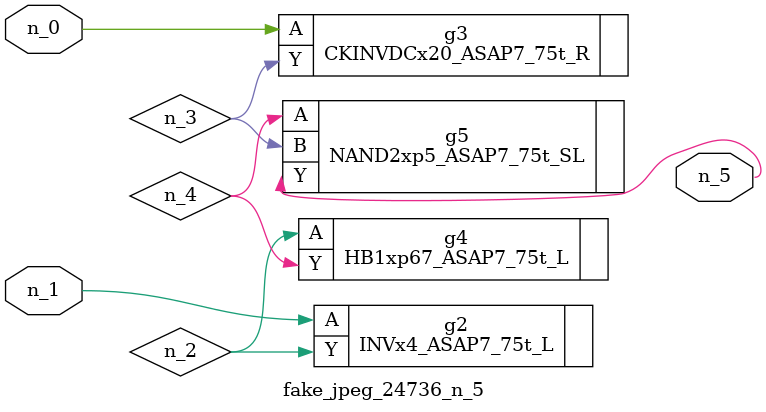
<source format=v>
module fake_jpeg_24736_n_5 (n_0, n_1, n_5);

input n_0;
input n_1;

output n_5;

wire n_3;
wire n_2;
wire n_4;

INVx4_ASAP7_75t_L g2 ( 
.A(n_1),
.Y(n_2)
);

CKINVDCx20_ASAP7_75t_R g3 ( 
.A(n_0),
.Y(n_3)
);

HB1xp67_ASAP7_75t_L g4 ( 
.A(n_2),
.Y(n_4)
);

NAND2xp5_ASAP7_75t_SL g5 ( 
.A(n_4),
.B(n_3),
.Y(n_5)
);


endmodule
</source>
